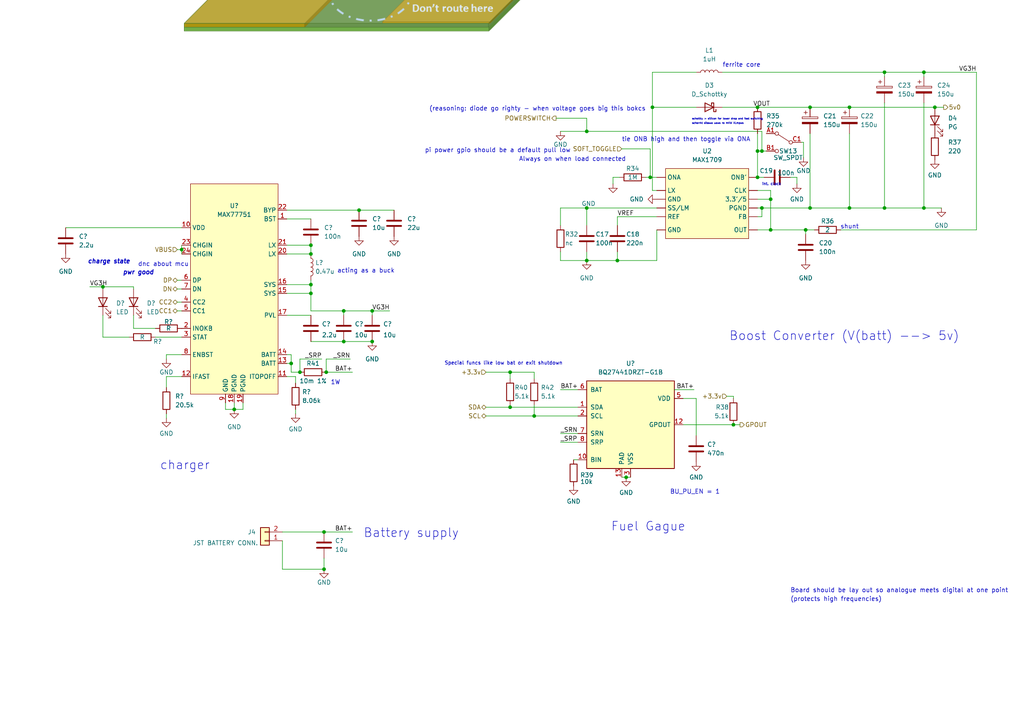
<source format=kicad_sch>
(kicad_sch (version 20211123) (generator eeschema)
  (paper "A4")
  (title_block (title "Power and battery") (rev "indevRev2"))
  (lib_symbols
    (symbol "Battery_Management:BQ27441DRZT-G1B" (pin_names (offset 1.016))
      (property "Reference" "U" (at -5.08 15.875 0))
      (property "Value" "BQ27441DRZT-G1B" (at -5.08 13.97 0))
      (symbol "BQ27441DRZT-G1B_0_1"
        (rectangle (start -12.7 12.7) (end 12.7 -12.7) (stroke (width 0.254)) (fill (type background)))
      )
      (symbol "BQ27441DRZT-G1B_1_1"
        (pin bidirectional line (at -15.24 5.08 0) (length 2.54) (name "SDA") (number "1"))
        (pin input line (at -15.24 -10.16 0) (length 2.54) (name "BIN") (number "10"))
        (pin no_connect line (at 10.16 -2.54 180) (length 2.54) hide (name "NC") (number "11"))
        (pin output line (at 15.24 0 180) (length 2.54) (name "GPOUT") (number "12"))
        (pin power_in line (at -2.54 -15.24 90) (length 2.54) (name "PAD") (number "13"))
        (pin input line (at -15.24 2.54 0) (length 2.54) (name "SCL") (number "2"))
        (pin power_in line (at 0 -15.24 90) (length 2.54) (name "VSS") (number "3"))
        (pin no_connect line (at 10.16 -7.62 180) (length 2.54) hide (name "NC") (number "4"))
        (pin power_out line (at 15.24 7.62 180) (length 2.54) (name "VDD") (number "5"))
        (pin power_in line (at -15.24 10.16 0) (length 2.54) (name "BAT") (number "6"))
        (pin input line (at -15.24 -2.54 0) (length 2.54) (name "SRN") (number "7"))
        (pin input line (at -15.24 -5.08 0) (length 2.54) (name "SRP") (number "8"))
        (pin no_connect line (at 10.16 -5.08 180) (length 2.54) hide (name "NC") (number "9"))
      )
    )
    (symbol "CM4IO:MAX1709"
      (property "Reference" "U" (at 0 12.7 0))
      (property "Value" "MAX1709" (at 0 3.81 0))
      (symbol "MAX1709_0_1"
        (rectangle (start -11.43 11.43) (end 12.7 -8.89) (stroke (width 0.1524)) (fill (type background)))
      )
      (symbol "MAX1709_1_1"
        (pin input line (at 15.24 2.54 180) (length 2.54) (name "3.3'/5") (number ""))
        (pin input line (at 15.24 5.08 180) (length 2.54) (name "CLK") (number ""))
        (pin input line (at 15.24 -2.54 180) (length 2.54) (name "FB") (number ""))
        (pin input line (at -13.97 -6.35 0) (length 2.54) (name "GND") (number ""))
        (pin input line (at -13.97 2.54 0) (length 2.54) (name "GND") (number ""))
        (pin input line (at -13.97 5.08 0) (length 2.54) (name "LX") (number ""))
        (pin input line (at -13.97 8.89 0) (length 2.54) (name "ONA") (number ""))
        (pin input line (at 15.24 8.89 180) (length 2.54) (name "ONB'") (number ""))
        (pin input line (at 15.24 -6.35 180) (length 2.54) (name "OUT") (number ""))
        (pin input line (at 15.24 0 180) (length 2.54) (name "PGND") (number ""))
        (pin input line (at -13.97 -2.54 0) (length 2.54) (name "REF") (number ""))
        (pin input line (at -13.97 0 0) (length 2.54) (name "SS/LM") (number ""))
      )
    )
    (symbol "CM4IO:MAX77751"
      (property "Reference" "U?" (at 0 7.62 0))
      (property "Value" "MAX77751" (at 0 5.08 0))
      (symbol "MAX77751_0_1"
        (rectangle (start -12.7 13.97) (end 12.7 -46.99) (stroke (width 0.1524)) (fill (type background)))
      )
      (symbol "MAX77751_1_1"
        (pin input line (at 15.24 3.81 180) (length 2.54) (name "BST") (number "1"))
        (pin power_in line (at -15.24 1.27 0) (length 2.54) (name "VDD") (number "10"))
        (pin input line (at 15.24 -41.91 180) (length 2.54) (name "ITOPOFF") (number "11"))
        (pin input line (at -15.24 -41.91 0) (length 2.54) (name "IFAST") (number "12"))
        (pin power_in line (at 15.24 -38.1 180) (length 2.54) (name "BATT") (number "13"))
        (pin power_in line (at 15.24 -35.56 180) (length 2.54) (name "BATT") (number "14"))
        (pin power_out line (at 15.24 -17.78 180) (length 2.54) (name "SYS") (number "15"))
        (pin power_out line (at 15.24 -15.24 180) (length 2.54) (name "SYS") (number "16"))
        (pin input line (at 15.24 -24.13 180) (length 2.54) (name "PVL") (number "17"))
        (pin power_in line (at 0 -49.53 90) (length 2.54) (name "PGND") (number "18"))
        (pin power_in line (at 2.54 -49.53 90) (length 2.54) (name "PGND") (number "19"))
        (pin output line (at -15.24 -27.94 0) (length 2.54) (name "INOKB") (number "2"))
        (pin input line (at 15.24 -6.35 180) (length 2.54) (name "LX") (number "20"))
        (pin input line (at 15.24 -3.81 180) (length 2.54) (name "LX") (number "21"))
        (pin input line (at 15.24 6.35 180) (length 2.54) (name "BYP") (number "22"))
        (pin power_in line (at -15.24 -3.81 0) (length 2.54) (name "CHGIN") (number "23"))
        (pin power_in line (at -15.24 -6.35 0) (length 2.54) (name "CHGIN") (number "24"))
        (pin output line (at -15.24 -30.48 0) (length 2.54) (name "STAT") (number "3"))
        (pin input line (at -15.24 -20.32 0) (length 2.54) (name "CC2") (number "4"))
        (pin input line (at -15.24 -22.86 0) (length 2.54) (name "CC1") (number "5"))
        (pin input line (at -15.24 -13.97 0) (length 2.54) (name "DP") (number "6"))
        (pin input line (at -15.24 -16.51 0) (length 2.54) (name "DN") (number "7"))
        (pin input line (at -15.24 -35.56 0) (length 2.54) (name "ENBST") (number "8"))
        (pin power_in line (at -2.54 -49.53 90) (length 2.54) (name "GND") (number "9"))
      )
    )
    (symbol "Connector_Generic:Conn_01x02" (pin_names (offset 1.016) hide)
      (property "Reference" "J" (at 0 2.54 0))
      (property "Value" "Conn_01x02" (at 0 -5.08 0))
      (symbol "Conn_01x02_1_1"
        (rectangle (start -1.27 -2.413) (end 0 -2.667) (stroke (width 0.1524)))
        (rectangle (start -1.27 0.127) (end 0 -0.127) (stroke (width 0.1524)))
        (rectangle (start -1.27 1.27) (end 1.27 -3.81) (stroke (width 0.254)) (fill (type background)))
        (pin passive line (at -5.08 0 0) (length 3.81) (name "Pin_1") (number "1"))
        (pin passive line (at -5.08 -2.54 0) (length 3.81) (name "Pin_2") (number "2"))
      )
    )
    (symbol "Device:C" (pin_numbers hide) (pin_names (offset 0.254))
      (property "Reference" "C" (at 0.635 2.54 0))
      (property "Value" "C" (at 0.635 -2.54 0))
      (symbol "C_0_1"
        (polyline (pts (xy -2.032 -0.762) (xy 2.032 -0.762)) (stroke (width 0.508)))
        (polyline (pts (xy -2.032 0.762) (xy 2.032 0.762)) (stroke (width 0.508)))
      )
      (symbol "C_1_1"
        (pin passive line (at 0 3.81 270) (length 2.794) (name "~") (number "1"))
        (pin passive line (at 0 -3.81 90) (length 2.794) (name "~") (number "2"))
      )
    )
    (symbol "Device:C_Polarized" (pin_numbers hide) (pin_names (offset 0.254))
      (property "Reference" "C" (at 0.635 2.54 0))
      (property "Value" "C_Polarized" (at 0.635 -2.54 0))
      (symbol "C_Polarized_0_1"
        (rectangle (start -2.286 0.508) (end 2.286 1.016))
        (polyline (pts (xy -1.778 2.286) (xy -0.762 2.286)))
        (polyline (pts (xy -1.27 2.794) (xy -1.27 1.778)))
        (rectangle (start 2.286 -0.508) (end -2.286 -1.016) (fill (type outline)))
      )
      (symbol "C_Polarized_1_1"
        (pin passive line (at 0 3.81 270) (length 2.794) (name "~") (number "1"))
        (pin passive line (at 0 -3.81 90) (length 2.794) (name "~") (number "2"))
      )
    )
    (symbol "Device:D_Schottky" (pin_numbers hide) (pin_names (offset 1.016) hide)
      (property "Reference" "D" (at 0 2.54 0))
      (property "Value" "D_Schottky" (at 0 -2.54 0))
      (symbol "D_Schottky_0_1"
        (polyline (pts (xy 1.27 0) (xy -1.27 0)))
        (polyline (pts (xy 1.27 1.27) (xy 1.27 -1.27) (xy -1.27 0) (xy 1.27 1.27)) (stroke (width 0.254)))
        (polyline (pts (xy -1.905 0.635) (xy -1.905 1.27) (xy -1.27 1.27) (xy -1.27 -1.27) (xy -0.635 -1.27) (xy -0.635 -0.635)) (stroke (width 0.254)))
      )
      (symbol "D_Schottky_1_1"
        (pin passive line (at -3.81 0 0) (length 2.54) (name "K") (number "1"))
        (pin passive line (at 3.81 0 180) (length 2.54) (name "A") (number "2"))
      )
    )
    (symbol "Device:L" (pin_numbers hide) (pin_names (offset 1.016) hide)
      (property "Reference" "L" (at -1.27 0 90))
      (property "Value" "L" (at 1.905 0 90))
      (symbol "L_0_1"
        (arc (start 0 -2.54) (mid 0.635 -1.905) (end 0 -1.27))
        (arc (start 0 -1.27) (mid 0.635 -0.635) (end 0 0))
        (arc (start 0 0) (mid 0.635 0.635) (end 0 1.27))
        (arc (start 0 1.27) (mid 0.635 1.905) (end 0 2.54))
      )
      (symbol "L_1_1"
        (pin passive line (at 0 3.81 270) (length 1.27) (name "1") (number "1"))
        (pin passive line (at 0 -3.81 90) (length 1.27) (name "2") (number "2"))
      )
    )
    (symbol "Device:LED" (pin_numbers hide) (pin_names (offset 1.016) hide)
      (property "Reference" "D" (at 0 2.54 0))
      (property "Value" "LED" (at 0 -2.54 0))
      (symbol "LED_0_1"
        (polyline (pts (xy -1.27 -1.27) (xy -1.27 1.27)) (stroke (width 0.254)))
        (polyline (pts (xy -1.27 0) (xy 1.27 0)))
        (polyline (pts (xy 1.27 -1.27) (xy 1.27 1.27) (xy -1.27 0) (xy 1.27 -1.27)) (stroke (width 0.254)))
        (polyline (pts (xy -3.048 -0.762) (xy -4.572 -2.286) (xy -3.81 -2.286) (xy -4.572 -2.286) (xy -4.572 -1.524)))
        (polyline (pts (xy -1.778 -0.762) (xy -3.302 -2.286) (xy -2.54 -2.286) (xy -3.302 -2.286) (xy -3.302 -1.524)))
      )
      (symbol "LED_1_1"
        (pin passive line (at -3.81 0 0) (length 2.54) (name "K") (number "1"))
        (pin passive line (at 3.81 0 180) (length 2.54) (name "A") (number "2"))
      )
    )
    (symbol "Device:R" (pin_numbers hide) (pin_names (offset 0))
      (property "Reference" "R" (at 2.032 0 90))
      (property "Value" "R" (at 0 0 90))
      (symbol "R_0_1"
        (rectangle (start -1.016 -2.54) (end 1.016 2.54) (stroke (width 0.254)))
      )
      (symbol "R_1_1"
        (pin passive line (at 0 3.81 270) (length 1.27) (name "~") (number "1"))
        (pin passive line (at 0 -3.81 90) (length 1.27) (name "~") (number "2"))
      )
    )
    (symbol "Switch:SW_SPDT" (pin_names (offset 0) hide)
      (property "Reference" "SW?" (at 1.27 -2.54 0))
      (property "Value" "SW_SPDT" (at 1.27 -4.445 0))
      (symbol "SW_SPDT_0_0"
        (circle (center -2.032 0) (radius 0.508))
        (circle (center 2.032 -2.54) (radius 0.508))
      )
      (symbol "SW_SPDT_0_1"
        (polyline (pts (xy -1.524 0.254) (xy 1.651 2.286)))
        (circle (center 2.032 2.54) (radius 0.508))
      )
      (symbol "SW_SPDT_1_1"
        (pin passive line (at 5.08 2.54 180) (length 2.54) (name "A") (number "A1"))
        (pin passive line (at 5.08 -2.54 180) (length 2.54) (name "C") (number "B1"))
        (pin passive line (at -5.08 0 0) (length 2.54) (name "B") (number "C1"))
      )
    )
    (symbol "power:GND" (power) (pin_names (offset 0))
      (property "Value" "GND" (at 0 -3.81 0))
      (symbol "GND_0_1"
        (polyline (pts (xy 0 0) (xy 0 -1.27) (xy 1.27 -1.27) (xy 0 -2.54) (xy -1.27 -1.27) (xy 0 -1.27)))
      )
      (symbol "GND_1_1"
        (pin power_in line (at 0 0 270) (length 0) hide (name "GND") (number "1"))
      )
    )
  )
  (junction (at 233.68 66.675) (diameter 0.9144))
  (junction (at 219.71 31.115))
  (junction (at 52.705 72.39))
  (junction (at 90.17 82.55))
  (junction (at 267.97 60.325) (diameter 0.9144))
  (junction (at 212.725 123.19))
  (junction (at 234.95 60.325) (diameter 0.9144))
  (junction (at 256.54 60.325) (diameter 0.9144))
  (junction (at 223.52 57.785) (diameter 0.9144))
  (junction (at 246.38 31.115) (diameter 0.9144))
  (junction (at 93.98 165.1))
  (junction (at 219.71 43.815))
  (junction (at 147.955 107.95))
  (junction (at 271.145 31.115))
  (junction (at 223.52 66.675) (diameter 0.9144))
  (junction (at 170.18 60.325) (diameter 0.9144))
  (junction (at 99.695 90.17))
  (junction (at 256.54 20.955) (diameter 0.9144))
  (junction (at 93.98 154.305))
  (junction (at 154.94 120.65))
  (junction (at 181.61 138.43))
  (junction (at 90.17 73.66))
  (junction (at 179.07 75.565) (diameter 0.9144))
  (junction (at 107.95 99.06))
  (junction (at 104.14 60.96))
  (junction (at 220.98 43.815))
  (junction (at 170.18 75.565) (diameter 0.9144))
  (junction (at 90.17 85.09))
  (junction (at 219.71 51.435))
  (junction (at 188.595 51.435))
  (junction (at 67.945 118.745))
  (junction (at 84.455 105.41))
  (junction (at 267.97 20.955) (diameter 0.9144))
  (junction (at 29.845 83.185))
  (junction (at 86.995 107.95))
  (junction (at 220.98 60.325) (diameter 0.9144))
  (junction (at 107.95 90.17))
  (junction (at 147.955 118.11))
  (junction (at 189.23 31.115) (diameter 0.9144))
  (junction (at 234.95 31.115) (diameter 0.9144))
  (junction (at 246.38 60.325) (diameter 0.9144))
  (junction (at 99.695 99.06))
  (junction (at 94.615 107.95))
  (junction (at 90.17 71.12))
  (junction (at 170.18 38.1))
  (wire (pts (xy 90.17 82.55) (xy 90.17 85.09)))
  (wire (pts (xy 179.705 51.435) (xy 177.8 51.435)))
  (wire (pts (xy 177.8 51.435) (xy 177.8 53.34)))
  (wire (pts (xy 48.26 112.395) (xy 48.26 109.22)))
  (wire (pts (xy 190.5 75.565) (xy 179.07 75.565)))
  (wire (pts (xy 190.5 66.675) (xy 190.5 75.565)))
  (wire (pts (xy 179.07 75.565) (xy 170.18 75.565)))
  (wire (pts (xy 83.185 73.66) (xy 90.17 73.66)))
  (wire (pts (xy 85.725 109.22) (xy 85.725 111.125)))
  (wire (pts (xy 267.97 29.845) (xy 267.97 60.325)))
  (wire (pts (xy 38.735 83.185) (xy 38.735 83.82)))
  (wire (pts (xy 29.845 83.185) (xy 38.735 83.185)))
  (wire (pts (xy 26.035 83.185) (xy 29.845 83.185)))
  (wire (pts (xy 48.26 109.22) (xy 52.705 109.22)))
  (wire (pts (xy 99.695 99.06) (xy 107.95 99.06)))
  (wire (pts (xy 212.725 123.19) (xy 198.12 123.19)))
  (wire (pts (xy 214.63 123.19) (xy 212.725 123.19)))
  (wire (pts (xy 45.085 97.79) (xy 52.705 97.79)))
  (wire (pts (xy 201.93 126.365) (xy 201.93 115.57)))
  (wire (pts (xy 198.12 115.57) (xy 201.93 115.57)))
  (wire (pts (xy 93.98 154.305) (xy 102.235 154.305)))
  (wire (pts (xy 154.94 107.95) (xy 154.94 109.855)))
  (wire (pts (xy 220.98 62.865) (xy 220.98 60.325)))
  (wire (pts (xy 101.6 104.14) (xy 94.615 104.14)))
  (wire (pts (xy 283.21 66.675) (xy 283.21 20.955)))
  (wire (pts (xy 256.54 20.955) (xy 267.97 20.955)))
  (wire (pts (xy 267.97 20.955) (xy 283.21 20.955)))
  (wire (pts (xy 209.55 20.955) (xy 256.54 20.955)))
  (wire (pts (xy 219.71 60.325) (xy 220.98 60.325)))
  (wire (pts (xy 220.98 60.325) (xy 234.95 60.325)))
  (wire (pts (xy 83.185 85.09) (xy 90.17 85.09)))
  (wire (pts (xy 147.955 118.11) (xy 167.64 118.11)))
  (wire (pts (xy 140.97 118.11) (xy 147.955 118.11)))
  (wire (pts (xy 51.435 90.17) (xy 52.705 90.17)))
  (wire (pts (xy 140.97 107.95) (xy 147.955 107.95)))
  (wire (pts (xy 147.955 107.95) (xy 154.94 107.95)))
  (wire (pts (xy 220.98 38.1) (xy 220.98 43.815)))
  (wire (pts (xy 38.735 91.44) (xy 38.735 95.25)))
  (wire (pts (xy 38.735 95.25) (xy 45.085 95.25)))
  (wire (pts (xy 86.995 104.14) (xy 86.995 107.95)))
  (wire (pts (xy 83.185 109.22) (xy 85.725 109.22)))
  (wire (pts (xy 154.94 117.475) (xy 154.94 120.65)))
  (wire (pts (xy 195.58 113.03) (xy 201.295 113.03)))
  (wire (pts (xy 190.5 55.245) (xy 189.23 55.245)))
  (wire (pts (xy 189.23 55.245) (xy 189.23 31.115)))
  (wire (pts (xy 189.23 20.955) (xy 201.93 20.955)))
  (wire (pts (xy 189.23 31.115) (xy 189.23 20.955)))
  (wire (pts (xy 189.23 31.115) (xy 201.93 31.115)))
  (wire (pts (xy 94.615 107.95) (xy 102.235 107.95)))
  (wire (pts (xy 51.435 81.28) (xy 52.705 81.28)))
  (wire (pts (xy 51.435 83.82) (xy 52.705 83.82)))
  (wire (pts (xy 94.615 104.14) (xy 94.615 107.95)))
  (wire (pts (xy 19.05 66.04) (xy 52.705 66.04)))
  (wire (pts (xy 52.705 72.39) (xy 52.705 73.66)))
  (wire (pts (xy 52.705 71.12) (xy 52.705 72.39)))
  (wire (pts (xy 67.945 116.84) (xy 67.945 118.745)))
  (wire (pts (xy 81.915 165.1) (xy 81.915 156.845)))
  (wire (pts (xy 51.435 87.63) (xy 52.705 87.63)))
  (wire (pts (xy 147.955 117.475) (xy 147.955 118.11)))
  (wire (pts (xy 256.54 29.845) (xy 256.54 60.325)))
  (wire (pts (xy 246.38 38.735) (xy 246.38 60.325)))
  (wire (pts (xy 234.95 38.735) (xy 234.95 60.325)))
  (wire (pts (xy 162.56 128.27) (xy 167.64 128.27)))
  (wire (pts (xy 190.5 62.865) (xy 179.07 62.865)))
  (wire (pts (xy 179.07 62.865) (xy 179.07 65.405)))
  (wire (pts (xy 104.14 60.96) (xy 114.3 60.96)))
  (wire (pts (xy 37.465 97.79) (xy 29.845 97.79)))
  (wire (pts (xy 29.845 97.79) (xy 29.845 91.44)))
  (wire (pts (xy 83.185 71.12) (xy 90.17 71.12)))
  (wire (pts (xy 162.56 65.405) (xy 162.56 60.325)))
  (wire (pts (xy 162.56 60.325) (xy 170.18 60.325)))
  (wire (pts (xy 93.98 165.1) (xy 81.915 165.1)))
  (wire (pts (xy 162.56 125.73) (xy 167.64 125.73)))
  (wire (pts (xy 179.07 73.025) (xy 179.07 75.565)))
  (wire (pts (xy 162.56 75.565) (xy 170.18 75.565)))
  (wire (pts (xy 162.56 73.025) (xy 162.56 75.565)))
  (wire (pts (xy 48.26 104.14) (xy 48.26 102.87)))
  (wire (pts (xy 48.26 102.87) (xy 52.705 102.87)))
  (wire (pts (xy 83.185 82.55) (xy 90.17 82.55)))
  (wire (pts (xy 231.14 51.435) (xy 231.14 53.34)))
  (wire (pts (xy 219.71 66.675) (xy 223.52 66.675)))
  (wire (pts (xy 223.52 66.675) (xy 233.68 66.675)))
  (wire (pts (xy 81.915 154.305) (xy 93.98 154.305)))
  (wire (pts (xy 90.17 85.09) (xy 90.17 90.17)))
  (wire (pts (xy 93.345 104.14) (xy 86.995 104.14)))
  (wire (pts (xy 29.845 83.185) (xy 29.845 83.82)))
  (wire (pts (xy 83.185 91.44) (xy 90.17 91.44)))
  (wire (pts (xy 83.185 60.96) (xy 104.14 60.96)))
  (wire (pts (xy 93.98 161.925) (xy 93.98 165.1)))
  (wire (pts (xy 219.71 38.735) (xy 219.71 43.815)))
  (wire (pts (xy 219.71 43.815) (xy 219.71 51.435)))
  (wire (pts (xy 147.955 107.95) (xy 147.955 109.855)))
  (wire (pts (xy 99.695 90.17) (xy 107.95 90.17)))
  (wire (pts (xy 170.18 73.025) (xy 170.18 75.565)))
  (wire (pts (xy 51.435 72.39) (xy 52.705 72.39)))
  (wire (pts (xy 181.61 138.43) (xy 182.88 138.43)))
  (wire (pts (xy 180.34 138.43) (xy 181.61 138.43)))
  (wire (pts (xy 140.97 120.65) (xy 154.94 120.65)))
  (wire (pts (xy 154.94 120.65) (xy 167.64 120.65)))
  (wire (pts (xy 219.71 43.815) (xy 220.98 43.815)))
  (wire (pts (xy 220.98 43.815) (xy 222.25 43.815)))
  (wire (pts (xy 90.17 90.17) (xy 99.695 90.17)))
  (wire (pts (xy 85.725 118.745) (xy 85.725 120.015)))
  (wire (pts (xy 170.18 38.1) (xy 170.18 34.29)))
  (wire (pts (xy 170.18 34.29) (xy 161.29 34.29)))
  (wire (pts (xy 219.71 57.785) (xy 223.52 57.785)))
  (wire (pts (xy 219.71 51.435) (xy 221.615 51.435)))
  (wire (pts (xy 83.185 102.87) (xy 84.455 102.87)))
  (wire (pts (xy 84.455 105.41) (xy 83.185 105.41)))
  (wire (pts (xy 84.455 102.87) (xy 84.455 105.41)))
  (wire (pts (xy 170.18 38.1) (xy 220.98 38.1)))
  (wire (pts (xy 187.325 51.435) (xy 188.595 51.435)))
  (wire (pts (xy 188.595 51.435) (xy 190.5 51.435)))
  (wire (pts (xy 229.235 51.435) (xy 231.14 51.435)))
  (wire (pts (xy 233.045 41.275) (xy 233.045 45.72)))
  (wire (pts (xy 232.41 41.275) (xy 233.045 41.275)))
  (wire (pts (xy 233.68 67.945) (xy 233.68 66.675)))
  (wire (pts (xy 233.68 66.675) (xy 236.22 66.675)))
  (wire (pts (xy 246.38 31.115) (xy 271.145 31.115)))
  (wire (pts (xy 271.145 31.115) (xy 273.685 31.115)))
  (wire (pts (xy 243.84 66.675) (xy 283.21 66.675)))
  (wire (pts (xy 162.56 38.1) (xy 170.18 38.1)))
  (wire (pts (xy 84.455 107.95) (xy 86.995 107.95)))
  (wire (pts (xy 90.17 71.12) (xy 90.17 73.66)))
  (wire (pts (xy 99.695 90.17) (xy 99.695 91.44)))
  (wire (pts (xy 209.55 31.115) (xy 219.71 31.115)))
  (wire (pts (xy 219.71 31.115) (xy 234.95 31.115)))
  (wire (pts (xy 234.95 31.115) (xy 246.38 31.115)))
  (wire (pts (xy 267.97 60.325) (xy 273.05 60.325)))
  (wire (pts (xy 256.54 60.325) (xy 267.97 60.325)))
  (wire (pts (xy 246.38 60.325) (xy 256.54 60.325)))
  (wire (pts (xy 234.95 60.325) (xy 246.38 60.325)))
  (wire (pts (xy 219.71 62.865) (xy 220.98 62.865)))
  (wire (pts (xy 162.56 113.03) (xy 167.64 113.03)))
  (wire (pts (xy 170.18 60.325) (xy 190.5 60.325)))
  (wire (pts (xy 170.18 65.405) (xy 170.18 60.325)))
  (wire (pts (xy 166.37 133.35) (xy 167.64 133.35)))
  (wire (pts (xy 267.97 20.955) (xy 267.97 22.225)))
  (wire (pts (xy 65.405 116.84) (xy 65.405 118.745)))
  (wire (pts (xy 70.485 118.745) (xy 70.485 116.84)))
  (wire (pts (xy 65.405 118.745) (xy 67.945 118.745)))
  (wire (pts (xy 67.945 118.745) (xy 70.485 118.745)))
  (wire (pts (xy 83.185 63.5) (xy 90.17 63.5)))
  (wire (pts (xy 107.95 90.17) (xy 113.03 90.17)))
  (wire (pts (xy 90.17 99.06) (xy 99.695 99.06)))
  (wire (pts (xy 48.26 120.015) (xy 48.26 121.285)))
  (wire (pts (xy 223.52 66.675) (xy 223.52 57.785)))
  (wire (pts (xy 223.52 57.785) (xy 223.52 55.245)))
  (wire (pts (xy 219.71 55.245) (xy 223.52 55.245)))
  (wire (pts (xy 256.54 20.955) (xy 256.54 22.225)))
  (wire (pts (xy 90.17 81.28) (xy 90.17 82.55)))
  (wire (pts (xy 212.725 114.935) (xy 212.725 115.57)))
  (wire (pts (xy 210.82 114.935) (xy 212.725 114.935)))
  (wire (pts (xy 107.95 90.17) (xy 107.95 91.44)))
  (wire (pts (xy 180.34 43.18) (xy 188.595 43.18)))
  (wire (pts (xy 188.595 51.435) (xy 188.595 43.18)))
  (wire (pts (xy 84.455 105.41) (xy 84.455 107.95)))
  (image (at 116.84 -11.43) (scale 1.67785))
  (text "1W" (at 95.885 111.76 0) (effects (font (size 1.27 1.27)) (justify left bottom)))
  (text "Special funcs like low bat or exit shutdown" (at 128.905 106.045 0) (effects (font (size 1.016 1.016)) (justify left bottom)))
  (text "Board should be lay out so analogue meets digital at one point" (at 229.235 172.085 0) (effects (font (size 1.27 1.27)) (justify left bottom)))
  (text "tie ONB high and then toggle via ONA\n" (at 180.34 41.275 0) (effects (font (size 1.27 1.27)) (justify left bottom)))
  (text "pwr good\n\n" (at 35.56 81.915 0) (effects (font (size 1.27 1.27) (thickness 0.254) bold italic) (justify left bottom)))
  (text "schottky > silicon for lower drop and fast switching\n" (at 200.66 34.925 0) (effects (font (size 0.508 0.508)) (justify left bottom)))
  (text "shunt\n" (at 243.7314 66.5928 0) (effects (font (size 1.27 1.27)) (justify left bottom)))
  (text "(protects high frequencies)\n" (at 229.235 174.625 0) (effects (font (size 1.27 1.27)) (justify left bottom)))
  (text "int. clock\n" (at 220.98 53.975 0) (effects (font (size 0.762 0.762)) (justify left bottom)))
  (text "pi power gpio should be a default pull low" (at 123.19 44.45 0) (effects (font (size 1.27 1.27)) (justify left bottom)))
  (text "acting as a buck\n" (at 97.79 79.375 0) (effects (font (size 1.27 1.27)) (justify left bottom)))
  (text "ferrite core\n" (at 209.55 19.685 0) (effects (font (size 1.27 1.27)) (justify left bottom)))
  (text "Battery supply\n" (at 105.3894 156.1828 0) (effects (font (size 2.54 2.54)) (justify left bottom)))
  (text "Fuel Gague" (at 177.165 154.305 0) (effects (font (size 2.54 2.54)) (justify left bottom)))
  (text "charger" (at 46.355 136.525 0) (effects (font (size 2.54 2.54)) (justify left bottom)))
  (text "Always on when load connected" (at 150.495 46.99 0) (effects (font (size 1.27 1.27)) (justify left bottom)))
  (text "Boost Converter (V(batt) --> 5v)" (at 211.455 99.06 0) (effects (font (size 2.54 2.54)) (justify left bottom)))
  (text "schorrkt sioswa uaws ro mKW XLmpws \n" (at 200.66 36.195 0) (effects (font (size 0.508 0.508)) (justify left bottom)))
  (text "BU_PU_EN = 1" (at 194.31 143.51 0) (effects (font (size 1.27 1.27)) (justify left bottom)))
  (text "charge state\n\n" (at 25.4 78.74 0) (effects (font (size 1.27 1.27) bold italic) (justify left bottom)))
  (text "(reasoning: diode go righty - when voltage goes big this bokcs\n" (at 124.46 32.385 0) (effects (font (size 1.27 1.27)) (justify left bottom)))
  (text "dnc about mcu" (at 40.005 77.47 0) (effects (font (size 1.27 1.27)) (justify left bottom)))
  (label "VOUT" (at 218.44 31.115 0))
  (label "_SRN" (at 101.6 104.14 180))
  (label "VG3H" (at 113.03 90.17 180))
  (label "BAT+" (at 102.235 154.305 180))
  (label "_SRP" (at 162.56 128.27 0))
  (label "_SRN" (at 162.56 125.73 0))
  (label "BAT+" (at 201.295 113.03 180))
  (label "BAT+" (at 162.56 113.03 0))
  (label "VG3H" (at 283.21 20.955 180))
  (label "_SRP" (at 93.345 104.14 180))
  (label "VREF" (at 179.07 62.865 0))
  (label "VG3H" (at 26.035 83.185 0))
  (label "BAT+" (at 102.235 107.95 180))
  (hierarchical_label "SDA" (shape bidirectional) (at 140.97 118.11 180))
  (hierarchical_label "SOFT_TOGGLE" (shape input) (at 180.34 43.18 180))
  (hierarchical_label "+3.3v" (shape input) (at 140.97 107.95 180))
  (hierarchical_label "5v0" (shape output) (at 273.685 31.115 0))
  (hierarchical_label "+3.3v" (shape input) (at 210.82 114.935 180))
  (hierarchical_label "DN" (shape bidirectional) (at 51.435 83.82 180))
  (hierarchical_label "DP" (shape bidirectional) (at 51.435 81.28 180))
  (hierarchical_label "POWERSWITCH" (shape output) (at 161.29 34.29 180))
  (hierarchical_label "CC2" (shape bidirectional) (at 51.435 87.63 180))
  (hierarchical_label "VBUS" (shape input) (at 51.435 72.39 180))
  (hierarchical_label "SCL" (shape bidirectional) (at 140.97 120.65 180))
  (hierarchical_label "GPOUT" (shape output) (at 214.63 123.19 0))
  (hierarchical_label "CC1" (shape bidirectional) (at 51.435 90.17 180))
  (symbol (lib_id "power:GND") (at 170.18 75.565 0) (unit 1)
    (property "Reference" "#PWR025" (effects hide))
    (property "Value" "GND" (at 170.18 80.645 0))
  )
  (symbol (lib_id "power:GND") (at 85.725 120.015 0) (unit 1)
    (property "Reference" "#PWR?" (effects hide))
    (property "Value" "GND" (at 85.725 124.46 0))
  )
  (symbol (lib_id "Device:C_Polarized") (at 267.97 26.035 0) (unit 1)
    (property "Reference" "C24" (at 271.78 24.7649 0) (effects (justify left)))
    (property "Value" "150u" (at 271.78 27.3049 0) (effects (justify left)))
  )
  (symbol (lib_id "power:GND") (at 177.8 53.34 0) (unit 1)
    (property "Reference" "#PWR026" (effects hide))
    (property "Value" "GND" (at 170.7053 59.055 0))
  )
  (symbol (lib_id "power:GND") (at 190.5 57.785 270) (unit 1)
    (property "Reference" "#PWR027" (effects hide))
    (property "Value" "GND" (at 186.69 57.7849 90) (effects (justify right)))
  )
  (symbol (lib_id "power:GND") (at 67.945 118.745 0) (unit 1)
    (property "Reference" "#PWR?" (effects hide))
    (property "Value" "GND" (at 67.945 123.825 0))
  )
  (symbol (lib_id "Device:D_Schottky") (at 205.74 31.115 180) (unit 1)
    (property "Reference" "D3" (at 205.74 24.765 0))
    (property "Value" "D_Schottky" (at 205.74 27.305 0))
    (property "Footprint" "Package_TO_SOT_SMD:TO-252-2" (effects hide))
    (property "Datasheet" "https://www.mouser.co.uk/datasheet/2/389/cd00001328-1795541.pdf" (effects hide))
  )
  (symbol (lib_id "power:GND") (at 48.26 104.14 0) (unit 1)
    (property "Reference" "#PWR?" (effects hide))
    (property "Value" "GND" (at 48.26 107.95 0))
  )
  (symbol (lib_id "Connector_Generic:Conn_01x02") (at 76.835 156.845 180) (unit 1)
    (property "Reference" "J4" (at 73.025 154.305 0))
    (property "Value" "JST BATTERY CONN." (at 65.405 157.48 0))
    (property "Footprint" "Connector_JST:JST_XH_B2B-XH-AM_1x02_P2.50mm_Vertical" (effects hide))
  )
  (symbol (lib_id "CM4IO:MAX77751") (at 67.945 67.31 0) (unit 1)
    (property "Reference" "U?" (at 67.945 59.69 0))
    (property "Value" "MAX77751" (at 67.945 62.23 0))
  )
  (symbol (lib_id "Device:C") (at 170.18 69.215 0) (unit 1)
    (property "Reference" "C17" (at 172.72 67.945 0) (effects (justify left)))
    (property "Value" "100n" (at 172.72 70.485 0) (effects (justify left)))
  )
  (symbol (lib_id "power:GND") (at 166.37 140.97 0) (unit 1)
    (property "Reference" "#PWR?" (effects hide))
    (property "Value" "GND" (at 166.37 145.415 0))
  )
  (symbol (lib_id "Device:L") (at 90.17 77.47 0) (unit 1)
    (property "Reference" "L?" (at 91.44 76.1999 0) (effects (justify left)))
    (property "Value" "0.47u" (at 91.44 78.7399 0) (effects (justify left)))
  )
  (symbol (lib_id "Device:C_Polarized") (at 246.38 34.925 0) (unit 1)
    (property "Reference" "C22" (at 249.555 33.655 0) (effects (justify left)))
    (property "Value" "150u" (at 249.555 36.195 0) (effects (justify left)))
  )
  (symbol (lib_id "Device:LED") (at 29.845 87.63 90) (unit 1)
    (property "Reference" "D?" (at 33.655 87.9474 90) (effects (justify right)))
    (property "Value" "LED" (at 33.655 90.4874 90) (effects (justify right)))
  )
  (symbol (lib_id "power:GND") (at 104.14 68.58 0) (unit 1)
    (property "Reference" "#PWR?" (effects hide))
    (property "Value" "GND" (at 104.14 73.66 0))
  )
  (symbol (lib_id "Device:C") (at 114.3 64.77 0) (unit 1)
    (property "Reference" "C?" (at 118.11 63.4999 0) (effects (justify left)))
    (property "Value" "22u" (at 118.11 66.0399 0) (effects (justify left)))
  )
  (symbol (lib_id "Device:C") (at 90.17 95.25 0) (unit 1)
    (property "Reference" "C?" (at 93.345 93.98 0) (effects (justify left)))
    (property "Value" "2.2u" (at 93.345 97.155 0) (effects (justify left)))
  )
  (symbol (lib_id "Device:C") (at 90.17 67.31 0) (unit 1)
    (property "Reference" "C?" (at 93.98 66.0399 0) (effects (justify left)))
    (property "Value" "100n" (at 93.98 68.5799 0) (effects (justify left)))
  )
  (symbol (lib_id "Device:R") (at 240.03 66.675 90) (unit 1)
    (property "Reference" "R36" (at 240.03 64.135 90))
    (property "Value" "2" (at 240.03 66.675 90))
  )
  (symbol (lib_id "Device:C") (at 99.695 95.25 0) (unit 1)
    (property "Reference" "C?" (at 102.87 93.98 0) (effects (justify left)))
    (property "Value" "10u" (at 102.87 97.155 0) (effects (justify left)))
  )
  (symbol (lib_id "power:GND") (at 181.61 138.43 0) (unit 1)
    (property "Reference" "#PWR033" (effects hide))
    (property "Value" "GND" (at 181.61 142.875 0))
  )
  (symbol (lib_id "Device:C") (at 107.95 95.25 0) (unit 1)
    (property "Reference" "C?" (at 111.125 93.98 0) (effects (justify left)))
    (property "Value" "10u" (at 111.125 97.155 0) (effects (justify left)))
  )
  (symbol (lib_id "Switch:SW_SPDT") (at 227.33 41.275 0) (mirror y) (unit 1)
    (property "Reference" "SW13" (at 228.6 43.815 0))
    (property "Value" "SW_SPDT" (at 228.6 45.72 0))
    (property "Footprint" "CM4IO:SS3HVB" (effects hide))
  )
  (symbol (lib_id "power:GND") (at 233.68 75.565 0) (unit 1)
    (property "Reference" "#PWR030" (effects hide))
    (property "Value" "GND" (at 233.68 80.645 0))
  )
  (symbol (lib_id "Device:C") (at 19.05 69.85 0) (unit 1)
    (property "Reference" "C?" (at 22.86 68.5799 0) (effects (justify left)))
    (property "Value" "2.2u" (at 22.86 71.1199 0) (effects (justify left)))
  )
  (symbol (lib_id "Device:R") (at 212.725 119.38 0) (mirror y) (unit 1)
    (property "Reference" "R38" (at 211.455 118.11 0) (effects (justify left)))
    (property "Value" "5.1k" (at 211.455 120.65 0) (effects (justify left)))
    (property "Footprint" "Resistor_SMD:R_0603_1608Metric_Pad0.98x0.95mm_HandSolder" (effects hide))
  )
  (symbol (lib_id "Device:C") (at 104.14 64.77 0) (unit 1)
    (property "Reference" "C?" (at 107.95 63.4999 0) (effects (justify left)))
    (property "Value" "10u" (at 107.95 66.0399 0) (effects (justify left)))
  )
  (symbol (lib_id "power:GND") (at 19.05 73.66 0) (unit 1)
    (property "Reference" "#PWR?" (effects hide))
    (property "Value" "GND" (at 19.05 78.74 0))
  )
  (symbol (lib_id "Device:R") (at 48.895 95.25 90) (unit 1)
    (property "Reference" "R?" (at 48.895 93.345 90))
    (property "Value" "R" (at 48.895 95.25 90))
  )
  (symbol (lib_id "Device:R") (at 271.145 42.545 0) (unit 1)
    (property "Reference" "R37" (at 274.955 41.2749 0) (effects (justify left)))
    (property "Value" "220" (at 274.955 43.8149 0) (effects (justify left)))
    (property "Footprint" "Resistor_SMD:R_0603_1608Metric_Pad0.98x0.95mm_HandSolder" (effects hide))
  )
  (symbol (lib_id "power:GND") (at 231.14 53.34 0) (unit 1)
    (property "Reference" "#PWR028" (effects hide))
    (property "Value" "GND" (at 231.14 57.785 0))
  )
  (symbol (lib_id "Device:R") (at 219.71 34.925 0) (unit 1)
    (property "Reference" "R35" (at 222.25 33.655 0) (effects (justify left)))
    (property "Value" "270k" (at 222.25 36.195 0) (effects (justify left)))
    (property "Footprint" "Resistor_SMD:R_0603_1608Metric_Pad0.98x0.95mm_HandSolder" (effects hide))
  )
  (symbol (lib_id "CM4IO:MAX1709") (at 204.47 60.325 0) (unit 1)
    (property "Reference" "U2" (at 205.105 43.815 0))
    (property "Value" "MAX1709" (at 205.105 46.355 0))
    (property "Footprint" "Package_SO:TSSOP-28-1EP_4.4x9.7mm_P0.65mm_EP2.85x6.7mm" (effects hide))
    (property "Datasheet" "https://datasheets.maximintegrated.com/en/ds/MAX1709.pdf" (effects hide))
  )
  (symbol (lib_id "Device:R") (at 85.725 114.935 0) (unit 1)
    (property "Reference" "R?" (at 87.63 113.6649 0) (effects (justify left)))
    (property "Value" "8.06k" (at 87.63 116.2049 0) (effects (justify left)))
  )
  (symbol (lib_id "Battery_Management:BQ27441DRZT-G1B") (at 182.88 123.19 0) (unit 1)
    (property "Reference" "U?" (at 182.88 105.41 0))
    (property "Value" "BQ27441DRZT-G1B" (at 182.88 107.95 0))
    (property "Footprint" "Package_SON:Texas_S-PDSO-N12" (effects hide))
    (property "Datasheet" "http://www.ti.com/lit/ds/symlink/bq27441-g1.pdf" (effects hide))
  )
  (symbol (lib_id "Device:R") (at 162.56 69.215 0) (unit 1)
    (property "Reference" "R32" (at 163.83 67.945 0) (effects (justify left)))
    (property "Value" "nc" (at 163.83 70.485 0) (effects (justify left)))
    (property "Footprint" "Resistor_SMD:R_0603_1608Metric_Pad0.98x0.95mm_HandSolder" (effects hide))
  )
  (symbol (lib_id "Device:L") (at 205.74 20.955 90) (unit 1)
    (property "Reference" "L1" (at 205.74 14.605 90))
    (property "Value" "1uH" (at 205.74 17.145 90))
    (property "Footprint" "Inductor_SMD:L_Sumida_CDMC6D28_7.25x6.5mm" (effects hide))
    (property "Datasheet" "https://www.mouser.co.uk/datasheet/2/390/0624CDMCCDS-786152.pdf" (effects hide))
  )
  (symbol (lib_id "Device:C") (at 179.07 69.215 0) (unit 1)
    (property "Reference" "C18" (at 181.61 67.945 0) (effects (justify left)))
    (property "Value" "220n" (at 181.61 70.485 0) (effects (justify left)))
  )
  (symbol (lib_id "Device:R") (at 90.805 107.95 270) (unit 1)
    (property "Reference" "R41" (at 90.805 105.41 90))
    (property "Value" "10m 1%" (at 90.805 110.49 90))
  )
  (symbol (lib_id "Device:R") (at 166.37 137.16 0) (unit 1)
    (property "Reference" "R39" (at 168.275 137.795 0) (effects (justify left)))
    (property "Value" "10k" (at 168.275 139.7 0) (effects (justify left)))
    (property "Footprint" "Resistor_SMD:R_0603_1608Metric_Pad0.98x0.95mm_HandSolder" (effects hide))
  )
  (symbol (lib_id "power:GND") (at 107.95 99.06 0) (unit 1)
    (property "Reference" "#PWR?" (effects hide))
    (property "Value" "GND" (at 107.95 104.14 0))
  )
  (symbol (lib_id "Device:R") (at 41.275 97.79 90) (unit 1)
    (property "Reference" "R?" (at 45.72 99.06 90))
    (property "Value" "R" (at 41.275 97.79 90))
  )
  (symbol (lib_id "power:GND") (at 162.56 38.1 0) (unit 1)
    (property "Reference" "#PWR024" (effects hide))
    (property "Value" "GND" (at 162.56 41.91 0))
  )
  (symbol (lib_id "power:GND") (at 93.98 165.1 0) (unit 1)
    (property "Reference" "#PWR036" (effects hide))
    (property "Value" "GND" (at 93.98 168.91 0))
  )
  (symbol (lib_id "Device:R") (at 48.26 116.205 0) (unit 1)
    (property "Reference" "R?" (at 50.8 114.9349 0) (effects (justify left)))
    (property "Value" "20.5k" (at 50.8 117.4749 0) (effects (justify left)))
  )
  (symbol (lib_id "Device:R") (at 154.94 113.665 0) (unit 1)
    (property "Reference" "R42" (at 156.845 112.395 0) (effects (justify left)))
    (property "Value" "5.1k" (at 156.845 114.935 0) (effects (justify left)))
    (property "Footprint" "Resistor_SMD:R_0603_1608Metric_Pad0.98x0.95mm_HandSolder" (effects hide))
  )
  (symbol (lib_id "Device:C") (at 233.68 71.755 0) (unit 1)
    (property "Reference" "C20" (at 237.49 70.4849 0) (effects (justify left)))
    (property "Value" "100n" (at 237.49 73.0249 0) (effects (justify left)))
  )
  (symbol (lib_id "power:GND") (at 114.3 68.58 0) (unit 1)
    (property "Reference" "#PWR?" (effects hide))
    (property "Value" "GND" (at 114.3 73.66 0))
  )
  (symbol (lib_id "Device:R") (at 183.515 51.435 90) (unit 1)
    (property "Reference" "R34" (at 183.515 48.895 90))
    (property "Value" "1M" (at 183.515 51.435 90))
    (property "Footprint" "Resistor_SMD:R_0603_1608Metric_Pad0.98x0.95mm_HandSolder" (effects hide))
  )
  (symbol (lib_id "Device:C") (at 93.98 158.115 0) (unit 1)
    (property "Reference" "C?" (at 97.155 156.8449 0) (effects (justify left)))
    (property "Value" "10u" (at 97.155 159.3849 0) (effects (justify left)))
  )
  (symbol (lib_id "power:GND") (at 48.26 121.285 0) (unit 1)
    (property "Reference" "#PWR?" (effects hide))
    (property "Value" "GND" (at 48.26 125.73 0))
  )
  (symbol (lib_id "power:GND") (at 273.05 60.325 0) (unit 1)
    (property "Reference" "#PWR032" (effects hide))
    (property "Value" "GND" (at 273.05 65.405 0))
  )
  (symbol (lib_id "Device:LED") (at 271.145 34.925 90) (unit 1)
    (property "Reference" "D4" (at 274.955 34.29 90) (effects (justify right)))
    (property "Value" "PG" (at 274.955 36.83 90) (effects (justify right)))
    (property "Footprint" "LED_SMD:LED_0603_1608Metric_Pad1.05x0.95mm_HandSolder" (effects hide))
  )
  (symbol (lib_id "Device:C_Polarized") (at 256.54 26.035 0) (unit 1)
    (property "Reference" "C23" (at 260.35 24.7649 0) (effects (justify left)))
    (property "Value" "150u" (at 260.35 27.3049 0) (effects (justify left)))
  )
  (symbol (lib_id "power:GND") (at 271.145 46.355 0) (unit 1)
    (property "Reference" "#PWR031" (effects hide))
    (property "Value" "GND" (at 271.145 50.8 0))
  )
  (symbol (lib_id "Device:R") (at 147.955 113.665 0) (unit 1)
    (property "Reference" "R40" (at 149.225 112.395 0) (effects (justify left)))
    (property "Value" "5.1k" (at 149.225 114.935 0) (effects (justify left)))
    (property "Footprint" "Resistor_SMD:R_0603_1608Metric_Pad0.98x0.95mm_HandSolder" (effects hide))
  )
  (symbol (lib_id "Device:LED") (at 38.735 87.63 90) (unit 1)
    (property "Reference" "D?" (at 42.545 87.9474 90) (effects (justify right)))
    (property "Value" "LED" (at 42.545 90.4874 90) (effects (justify right)))
  )
  (symbol (lib_id "power:GND") (at 233.045 45.72 0) (unit 1)
    (property "Reference" "#PWR029" (effects hide))
    (property "Value" "GND" (at 233.045 49.53 0))
  )
  (symbol (lib_id "Device:C") (at 225.425 51.435 90) (unit 1)
    (property "Reference" "C19" (at 222.25 49.53 90))
    (property "Value" "100n" (at 227.965 50.165 90))
  )
  (symbol (lib_id "Device:C_Polarized") (at 234.95 34.925 0) (unit 1)
    (property "Reference" "C21" (at 238.76 33.6549 0) (effects (justify left)))
    (property "Value" "150u" (at 238.76 36.1949 0) (effects (justify left)))
  )
  (symbol (lib_id "power:GND") (at 201.93 133.985 0) (unit 1)
    (property "Reference" "#PWR?" (effects hide))
    (property "Value" "GND" (at 201.93 138.43 0))
  )
  (symbol (lib_id "Device:C") (at 201.93 130.175 0) (unit 1)
    (property "Reference" "C?" (at 205.105 128.9049 0) (effects (justify left)))
    (property "Value" "470n" (at 205.105 131.4449 0) (effects (justify left)))
  )
)
</source>
